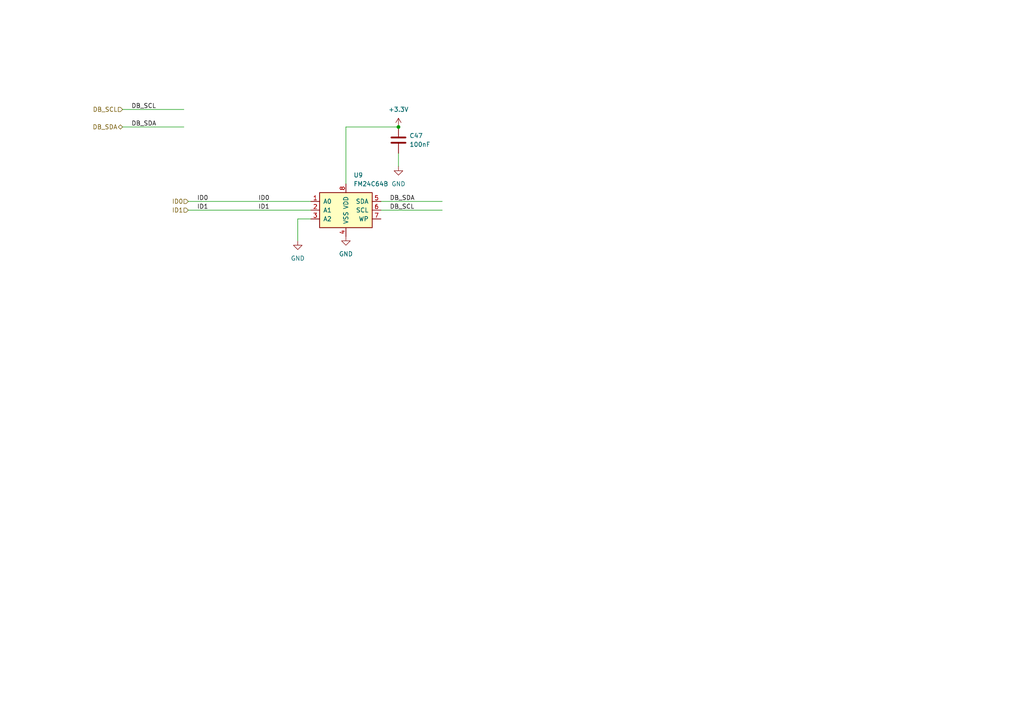
<source format=kicad_sch>
(kicad_sch (version 20231120) (generator "eeschema") (generator_version "8.0")
  (paper "A4")
  (lib_symbols
    (symbol "+3.3V_1" (power) (pin_numbers hide) (pin_names (offset 0) hide)
      (property "Value" "+3.3V" (at 0 3.556 0))
      (symbol "+3.3V_1_0_1"
        (polyline (pts (xy -0.762 1.27) (xy 0 2.54)))
        (polyline (pts (xy 0 0) (xy 0 2.54)))
        (polyline (pts (xy 0 2.54) (xy 0.762 1.27)))
      )
      (symbol "+3.3V_1_1_1"
        (pin power_in line (at 0 0 90) (length 0) (name "~") (number "1"))
      )
    )
    (symbol "Device:C" (pin_numbers hide) (pin_names (offset 0.254))
      (property "Reference" "C" (at 0.635 2.54 0))
      (property "Value" "C" (at 0.635 -2.54 0))
      (symbol "C_0_1"
        (polyline (pts (xy -2.032 -0.762) (xy 2.032 -0.762)) (stroke (width 0.508)))
        (polyline (pts (xy -2.032 0.762) (xy 2.032 0.762)) (stroke (width 0.508)))
      )
      (symbol "C_1_1"
        (pin passive line (at 0 3.81 270) (length 2.794) (name "~") (number "1"))
        (pin passive line (at 0 -3.81 90) (length 2.794) (name "~") (number "2"))
      )
    )
    (symbol "Memory_NVRAM:FM24C64B" (pin_names (offset 1.016))
      (property "Reference" "U" (at -5.08 8.89 0))
      (property "Value" "FM24C64B" (at 6.35 -8.89 0))
      (symbol "FM24C64B_0_1"
        (rectangle (start -7.62 5.08) (end 7.62 -5.08) (stroke (width 0.254)) (fill (type background)))
      )
      (symbol "FM24C64B_1_1"
        (pin input line (at -10.16 2.54 0) (length 2.54) (name "A0") (number "1"))
        (pin input line (at -10.16 0 0) (length 2.54) (name "A1") (number "2"))
        (pin input line (at -10.16 -2.54 0) (length 2.54) (name "A2") (number "3"))
        (pin power_in line (at 0 -7.62 90) (length 2.54) (name "VSS") (number "4"))
        (pin bidirectional line (at 10.16 2.54 180) (length 2.54) (name "SDA") (number "5"))
        (pin input line (at 10.16 0 180) (length 2.54) (name "SCL") (number "6"))
        (pin input line (at 10.16 -2.54 180) (length 2.54) (name "WP") (number "7"))
        (pin power_in line (at 0 7.62 270) (length 2.54) (name "VDD") (number "8"))
      )
    )
    (symbol "power:GND" (power) (pin_names (offset 0))
      (property "Value" "GND" (at 0 -3.81 0))
      (symbol "GND_0_1"
        (polyline (pts (xy 0 0) (xy 0 -1.27) (xy 1.27 -1.27) (xy 0 -2.54) (xy -1.27 -1.27) (xy 0 -1.27)))
      )
      (symbol "GND_1_1"
        (pin power_in line (at 0 0 270) (length 0) hide (name "GND") (number "1"))
      )
    )
  )
  (junction (at 115.57 36.83))
  (wire (pts (xy 110.49 58.42) (xy 128.27 58.42)))
  (wire (pts (xy 110.49 60.96) (xy 128.27 60.96)))
  (wire (pts (xy 86.36 63.5) (xy 90.17 63.5)))
  (wire (pts (xy 100.33 53.34) (xy 100.33 36.83)))
  (wire (pts (xy 35.56 31.75) (xy 53.34 31.75)))
  (wire (pts (xy 54.61 60.96) (xy 90.17 60.96)))
  (wire (pts (xy 115.57 44.45) (xy 115.57 48.26)))
  (wire (pts (xy 54.61 58.42) (xy 90.17 58.42)))
  (wire (pts (xy 35.56 36.83) (xy 53.34 36.83)))
  (wire (pts (xy 100.33 36.83) (xy 115.57 36.83)))
  (wire (pts (xy 86.36 69.85) (xy 86.36 63.5)))
  (label "ID0" (at 74.93 58.42 0))
  (label "ID0" (at 57.15 58.42 0))
  (label "DB_SCL" (at 113.03 60.96 0))
  (label "DB_SDA" (at 38.1 36.83 0))
  (label "ID1" (at 57.15 60.96 0))
  (label "DB_SCL" (at 38.1 31.75 0))
  (label "ID1" (at 74.93 60.96 0))
  (label "DB_SDA" (at 113.03 58.42 0))
  (hierarchical_label "ID0" (shape input) (at 54.61 58.42 180))
  (hierarchical_label "DB_SDA" (shape bidirectional) (at 35.56 36.83 180))
  (hierarchical_label "ID1" (shape input) (at 54.61 60.96 180))
  (hierarchical_label "DB_SCL" (shape input) (at 35.56 31.75 180))
  (symbol (lib_id "power:GND") (at 100.33 68.58 0) (unit 1)
    (property "Reference" "#PWR046" (effects (hide yes)))
    (property "Value" "GND" (at 100.33 73.66 0))
    (property "Description" "Power symbol creates a global label with name \"GND\" , ground" (effects (hide yes)))
  )
  (symbol (lib_id "Device:C") (at 115.57 40.64 0) (unit 1)
    (property "Reference" "C47" (at 118.745 39.37 0) (effects (justify left)))
    (property "Value" "100nF" (at 118.745 41.91 0) (effects (justify left)))
    (property "Footprint" "Capacitor_SMD:C_0402_1005Metric" (effects (hide yes)))
    (property "DK" "490-6321-1-ND" (effects (hide yes)))
    (property "PARTNO" "GRM155R71A104KA01D" (effects (hide yes)))
  )
  (symbol (lib_id "Memory_NVRAM:FM24C64B") (at 100.33 60.96 0) (unit 1)
    (property "Reference" "U9" (at 102.5241 50.8 0) (effects (justify left)))
    (property "Value" "FM24C64B" (at 102.5241 53.34 0) (effects (justify left)))
    (property "Footprint" "Package_SO:SOIC-8_3.9x4.9mm_P1.27mm" (effects (hide yes)))
    (property "Datasheet" "http://www.cypress.com/file/41651/download" (effects (hide yes)))
    (property "Description" "64Kb serial FRAM nonvolatile Memory, SOIC-8" (effects (hide yes)))
  )
  (symbol (lib_id "power:GND") (at 115.57 48.26 0) (unit 1)
    (property "Reference" "#PWR048" (effects (hide yes)))
    (property "Value" "GND" (at 115.57 53.34 0))
    (property "Description" "Power symbol creates a global label with name \"GND\" , ground" (effects (hide yes)))
  )
  (symbol (lib_id "power:GND") (at 86.36 69.85 0) (unit 1)
    (property "Reference" "#PWR049" (effects (hide yes)))
    (property "Value" "GND" (at 86.36 74.93 0))
    (property "Description" "Power symbol creates a global label with name \"GND\" , ground" (effects (hide yes)))
  )
  (symbol (lib_name "+3.3V_1") (lib_id "power:+3.3V") (at 115.57 36.83 0) (unit 1)
    (property "Reference" "#PWR047" (effects (hide yes)))
    (property "Value" "+3.3V" (at 115.57 31.75 0))
    (property "Description" "Power symbol creates a global label with name \"+3.3V\"" (effects (hide yes)))
  )
)
</source>
